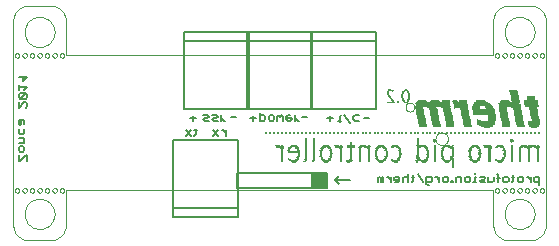
<source format=gbo>
G75*
%MOIN*%
%OFA0B0*%
%FSLAX24Y24*%
%IPPOS*%
%LPD*%
%AMOC8*
5,1,8,0,0,1.08239X$1,22.5*
%
%ADD10C,0.0000*%
%ADD11C,0.0050*%
%ADD12R,0.0080X0.0020*%
%ADD13R,0.0120X0.0020*%
%ADD14R,0.0060X0.0020*%
%ADD15R,0.0140X0.0020*%
%ADD16R,0.0100X0.0020*%
%ADD17R,0.0220X0.0020*%
%ADD18R,0.0200X0.0020*%
%ADD19R,0.0180X0.0020*%
%ADD20R,0.0260X0.0020*%
%ADD21R,0.0240X0.0020*%
%ADD22R,0.0160X0.0020*%
%ADD23R,0.0020X0.0020*%
%ADD24R,0.0040X0.0020*%
%ADD25R,0.0420X0.0020*%
%ADD26R,0.0660X0.0020*%
%ADD27R,0.0360X0.0020*%
%ADD28R,0.0340X0.0020*%
%ADD29R,0.0380X0.0020*%
%ADD30R,0.0280X0.0020*%
%ADD31R,0.0320X0.0020*%
%ADD32R,0.0300X0.0020*%
%ADD33R,0.0400X0.0020*%
%ADD34R,0.0480X0.0020*%
%ADD35R,0.0520X0.0020*%
%ADD36R,0.0580X0.0020*%
%ADD37R,0.0620X0.0020*%
%ADD38R,0.0600X0.0020*%
%ADD39R,0.0760X0.0020*%
%ADD40R,0.0740X0.0020*%
%ADD41R,0.0460X0.0020*%
%ADD42R,0.0440X0.0020*%
%ADD43R,0.0720X0.0020*%
%ADD44R,0.1160X0.0020*%
%ADD45R,0.0700X0.0020*%
%ADD46R,0.0560X0.0020*%
%ADD47R,0.1140X0.0020*%
%ADD48R,0.0680X0.0020*%
%ADD49R,0.1120X0.0020*%
D10*
X004943Y002737D02*
X005693Y002737D01*
X005737Y002739D01*
X005780Y002745D01*
X005822Y002754D01*
X005864Y002767D01*
X005904Y002784D01*
X005943Y002804D01*
X005980Y002827D01*
X006014Y002854D01*
X006047Y002883D01*
X006076Y002916D01*
X006103Y002950D01*
X006126Y002987D01*
X006146Y003026D01*
X006163Y003066D01*
X006176Y003108D01*
X006185Y003150D01*
X006191Y003193D01*
X006193Y003237D01*
X006193Y004393D01*
X020443Y004393D01*
X020443Y003237D01*
X020445Y003193D01*
X020451Y003150D01*
X020460Y003108D01*
X020473Y003066D01*
X020490Y003026D01*
X020510Y002987D01*
X020533Y002950D01*
X020560Y002916D01*
X020589Y002883D01*
X020622Y002854D01*
X020656Y002827D01*
X020693Y002804D01*
X020732Y002784D01*
X020772Y002767D01*
X020814Y002754D01*
X020856Y002745D01*
X020899Y002739D01*
X020943Y002737D01*
X021693Y002737D01*
X021737Y002739D01*
X021780Y002745D01*
X021822Y002754D01*
X021864Y002767D01*
X021904Y002784D01*
X021943Y002804D01*
X021980Y002827D01*
X022014Y002854D01*
X022047Y002883D01*
X022076Y002916D01*
X022103Y002950D01*
X022126Y002987D01*
X022146Y003026D01*
X022163Y003066D01*
X022176Y003108D01*
X022185Y003150D01*
X022191Y003193D01*
X022193Y003237D01*
X022193Y010050D01*
X022191Y010094D01*
X022185Y010137D01*
X022176Y010179D01*
X022163Y010221D01*
X022146Y010261D01*
X022126Y010300D01*
X022103Y010337D01*
X022076Y010371D01*
X022047Y010404D01*
X022014Y010433D01*
X021980Y010460D01*
X021943Y010483D01*
X021904Y010503D01*
X021864Y010520D01*
X021822Y010533D01*
X021780Y010542D01*
X021737Y010548D01*
X021693Y010550D01*
X020943Y010550D01*
X020899Y010548D01*
X020856Y010542D01*
X020814Y010533D01*
X020772Y010520D01*
X020732Y010503D01*
X020693Y010483D01*
X020656Y010460D01*
X020622Y010433D01*
X020589Y010404D01*
X020560Y010371D01*
X020533Y010337D01*
X020510Y010300D01*
X020490Y010261D01*
X020473Y010221D01*
X020460Y010179D01*
X020451Y010137D01*
X020445Y010094D01*
X020443Y010050D01*
X020443Y008893D01*
X006193Y008893D01*
X006193Y010050D01*
X006191Y010094D01*
X006185Y010137D01*
X006176Y010179D01*
X006163Y010221D01*
X006146Y010261D01*
X006126Y010300D01*
X006103Y010337D01*
X006076Y010371D01*
X006047Y010404D01*
X006014Y010433D01*
X005980Y010460D01*
X005943Y010483D01*
X005904Y010503D01*
X005864Y010520D01*
X005822Y010533D01*
X005780Y010542D01*
X005737Y010548D01*
X005693Y010550D01*
X004943Y010550D01*
X004899Y010548D01*
X004856Y010542D01*
X004814Y010533D01*
X004772Y010520D01*
X004732Y010503D01*
X004693Y010483D01*
X004656Y010460D01*
X004622Y010433D01*
X004589Y010404D01*
X004560Y010371D01*
X004533Y010337D01*
X004510Y010300D01*
X004490Y010261D01*
X004473Y010221D01*
X004460Y010179D01*
X004451Y010137D01*
X004445Y010094D01*
X004443Y010050D01*
X004443Y003237D01*
X004445Y003193D01*
X004451Y003150D01*
X004460Y003108D01*
X004473Y003066D01*
X004490Y003026D01*
X004510Y002987D01*
X004533Y002950D01*
X004560Y002916D01*
X004589Y002883D01*
X004622Y002854D01*
X004656Y002827D01*
X004693Y002804D01*
X004732Y002784D01*
X004772Y002767D01*
X004814Y002754D01*
X004856Y002745D01*
X004899Y002739D01*
X004943Y002737D01*
X004818Y003612D02*
X004820Y003656D01*
X004826Y003700D01*
X004836Y003743D01*
X004849Y003785D01*
X004866Y003826D01*
X004887Y003865D01*
X004911Y003902D01*
X004938Y003937D01*
X004968Y003969D01*
X005001Y003999D01*
X005037Y004025D01*
X005074Y004049D01*
X005114Y004068D01*
X005155Y004085D01*
X005198Y004097D01*
X005241Y004106D01*
X005285Y004111D01*
X005329Y004112D01*
X005373Y004109D01*
X005417Y004102D01*
X005460Y004091D01*
X005502Y004077D01*
X005542Y004059D01*
X005581Y004037D01*
X005617Y004013D01*
X005651Y003985D01*
X005683Y003954D01*
X005712Y003920D01*
X005738Y003884D01*
X005760Y003846D01*
X005779Y003806D01*
X005794Y003764D01*
X005806Y003722D01*
X005814Y003678D01*
X005818Y003634D01*
X005818Y003590D01*
X005814Y003546D01*
X005806Y003502D01*
X005794Y003460D01*
X005779Y003418D01*
X005760Y003378D01*
X005738Y003340D01*
X005712Y003304D01*
X005683Y003270D01*
X005651Y003239D01*
X005617Y003211D01*
X005581Y003187D01*
X005542Y003165D01*
X005502Y003147D01*
X005460Y003133D01*
X005417Y003122D01*
X005373Y003115D01*
X005329Y003112D01*
X005285Y003113D01*
X005241Y003118D01*
X005198Y003127D01*
X005155Y003139D01*
X005114Y003156D01*
X005074Y003175D01*
X005037Y003199D01*
X005001Y003225D01*
X004968Y003255D01*
X004938Y003287D01*
X004911Y003322D01*
X004887Y003359D01*
X004866Y003398D01*
X004849Y003439D01*
X004836Y003481D01*
X004826Y003524D01*
X004820Y003568D01*
X004818Y003612D01*
X004743Y004393D02*
X004745Y004410D01*
X004750Y004426D01*
X004759Y004440D01*
X004771Y004452D01*
X004785Y004461D01*
X004801Y004466D01*
X004818Y004468D01*
X004835Y004466D01*
X004851Y004461D01*
X004865Y004452D01*
X004877Y004440D01*
X004886Y004426D01*
X004891Y004410D01*
X004893Y004393D01*
X004891Y004376D01*
X004886Y004360D01*
X004877Y004346D01*
X004865Y004334D01*
X004851Y004325D01*
X004835Y004320D01*
X004818Y004318D01*
X004801Y004320D01*
X004785Y004325D01*
X004771Y004334D01*
X004759Y004346D01*
X004750Y004360D01*
X004745Y004376D01*
X004743Y004393D01*
X004493Y004393D02*
X004495Y004410D01*
X004500Y004426D01*
X004509Y004440D01*
X004521Y004452D01*
X004535Y004461D01*
X004551Y004466D01*
X004568Y004468D01*
X004585Y004466D01*
X004601Y004461D01*
X004615Y004452D01*
X004627Y004440D01*
X004636Y004426D01*
X004641Y004410D01*
X004643Y004393D01*
X004641Y004376D01*
X004636Y004360D01*
X004627Y004346D01*
X004615Y004334D01*
X004601Y004325D01*
X004585Y004320D01*
X004568Y004318D01*
X004551Y004320D01*
X004535Y004325D01*
X004521Y004334D01*
X004509Y004346D01*
X004500Y004360D01*
X004495Y004376D01*
X004493Y004393D01*
X004993Y004393D02*
X004995Y004410D01*
X005000Y004426D01*
X005009Y004440D01*
X005021Y004452D01*
X005035Y004461D01*
X005051Y004466D01*
X005068Y004468D01*
X005085Y004466D01*
X005101Y004461D01*
X005115Y004452D01*
X005127Y004440D01*
X005136Y004426D01*
X005141Y004410D01*
X005143Y004393D01*
X005141Y004376D01*
X005136Y004360D01*
X005127Y004346D01*
X005115Y004334D01*
X005101Y004325D01*
X005085Y004320D01*
X005068Y004318D01*
X005051Y004320D01*
X005035Y004325D01*
X005021Y004334D01*
X005009Y004346D01*
X005000Y004360D01*
X004995Y004376D01*
X004993Y004393D01*
X005243Y004393D02*
X005245Y004410D01*
X005250Y004426D01*
X005259Y004440D01*
X005271Y004452D01*
X005285Y004461D01*
X005301Y004466D01*
X005318Y004468D01*
X005335Y004466D01*
X005351Y004461D01*
X005365Y004452D01*
X005377Y004440D01*
X005386Y004426D01*
X005391Y004410D01*
X005393Y004393D01*
X005391Y004376D01*
X005386Y004360D01*
X005377Y004346D01*
X005365Y004334D01*
X005351Y004325D01*
X005335Y004320D01*
X005318Y004318D01*
X005301Y004320D01*
X005285Y004325D01*
X005271Y004334D01*
X005259Y004346D01*
X005250Y004360D01*
X005245Y004376D01*
X005243Y004393D01*
X005493Y004393D02*
X005495Y004410D01*
X005500Y004426D01*
X005509Y004440D01*
X005521Y004452D01*
X005535Y004461D01*
X005551Y004466D01*
X005568Y004468D01*
X005585Y004466D01*
X005601Y004461D01*
X005615Y004452D01*
X005627Y004440D01*
X005636Y004426D01*
X005641Y004410D01*
X005643Y004393D01*
X005641Y004376D01*
X005636Y004360D01*
X005627Y004346D01*
X005615Y004334D01*
X005601Y004325D01*
X005585Y004320D01*
X005568Y004318D01*
X005551Y004320D01*
X005535Y004325D01*
X005521Y004334D01*
X005509Y004346D01*
X005500Y004360D01*
X005495Y004376D01*
X005493Y004393D01*
X005743Y004393D02*
X005745Y004410D01*
X005750Y004426D01*
X005759Y004440D01*
X005771Y004452D01*
X005785Y004461D01*
X005801Y004466D01*
X005818Y004468D01*
X005835Y004466D01*
X005851Y004461D01*
X005865Y004452D01*
X005877Y004440D01*
X005886Y004426D01*
X005891Y004410D01*
X005893Y004393D01*
X005891Y004376D01*
X005886Y004360D01*
X005877Y004346D01*
X005865Y004334D01*
X005851Y004325D01*
X005835Y004320D01*
X005818Y004318D01*
X005801Y004320D01*
X005785Y004325D01*
X005771Y004334D01*
X005759Y004346D01*
X005750Y004360D01*
X005745Y004376D01*
X005743Y004393D01*
X005993Y004393D02*
X005995Y004410D01*
X006000Y004426D01*
X006009Y004440D01*
X006021Y004452D01*
X006035Y004461D01*
X006051Y004466D01*
X006068Y004468D01*
X006085Y004466D01*
X006101Y004461D01*
X006115Y004452D01*
X006127Y004440D01*
X006136Y004426D01*
X006141Y004410D01*
X006143Y004393D01*
X006141Y004376D01*
X006136Y004360D01*
X006127Y004346D01*
X006115Y004334D01*
X006101Y004325D01*
X006085Y004320D01*
X006068Y004318D01*
X006051Y004320D01*
X006035Y004325D01*
X006021Y004334D01*
X006009Y004346D01*
X006000Y004360D01*
X005995Y004376D01*
X005993Y004393D01*
X005993Y008893D02*
X005995Y008910D01*
X006000Y008926D01*
X006009Y008940D01*
X006021Y008952D01*
X006035Y008961D01*
X006051Y008966D01*
X006068Y008968D01*
X006085Y008966D01*
X006101Y008961D01*
X006115Y008952D01*
X006127Y008940D01*
X006136Y008926D01*
X006141Y008910D01*
X006143Y008893D01*
X006141Y008876D01*
X006136Y008860D01*
X006127Y008846D01*
X006115Y008834D01*
X006101Y008825D01*
X006085Y008820D01*
X006068Y008818D01*
X006051Y008820D01*
X006035Y008825D01*
X006021Y008834D01*
X006009Y008846D01*
X006000Y008860D01*
X005995Y008876D01*
X005993Y008893D01*
X005743Y008893D02*
X005745Y008910D01*
X005750Y008926D01*
X005759Y008940D01*
X005771Y008952D01*
X005785Y008961D01*
X005801Y008966D01*
X005818Y008968D01*
X005835Y008966D01*
X005851Y008961D01*
X005865Y008952D01*
X005877Y008940D01*
X005886Y008926D01*
X005891Y008910D01*
X005893Y008893D01*
X005891Y008876D01*
X005886Y008860D01*
X005877Y008846D01*
X005865Y008834D01*
X005851Y008825D01*
X005835Y008820D01*
X005818Y008818D01*
X005801Y008820D01*
X005785Y008825D01*
X005771Y008834D01*
X005759Y008846D01*
X005750Y008860D01*
X005745Y008876D01*
X005743Y008893D01*
X005493Y008893D02*
X005495Y008910D01*
X005500Y008926D01*
X005509Y008940D01*
X005521Y008952D01*
X005535Y008961D01*
X005551Y008966D01*
X005568Y008968D01*
X005585Y008966D01*
X005601Y008961D01*
X005615Y008952D01*
X005627Y008940D01*
X005636Y008926D01*
X005641Y008910D01*
X005643Y008893D01*
X005641Y008876D01*
X005636Y008860D01*
X005627Y008846D01*
X005615Y008834D01*
X005601Y008825D01*
X005585Y008820D01*
X005568Y008818D01*
X005551Y008820D01*
X005535Y008825D01*
X005521Y008834D01*
X005509Y008846D01*
X005500Y008860D01*
X005495Y008876D01*
X005493Y008893D01*
X005243Y008893D02*
X005245Y008910D01*
X005250Y008926D01*
X005259Y008940D01*
X005271Y008952D01*
X005285Y008961D01*
X005301Y008966D01*
X005318Y008968D01*
X005335Y008966D01*
X005351Y008961D01*
X005365Y008952D01*
X005377Y008940D01*
X005386Y008926D01*
X005391Y008910D01*
X005393Y008893D01*
X005391Y008876D01*
X005386Y008860D01*
X005377Y008846D01*
X005365Y008834D01*
X005351Y008825D01*
X005335Y008820D01*
X005318Y008818D01*
X005301Y008820D01*
X005285Y008825D01*
X005271Y008834D01*
X005259Y008846D01*
X005250Y008860D01*
X005245Y008876D01*
X005243Y008893D01*
X004993Y008893D02*
X004995Y008910D01*
X005000Y008926D01*
X005009Y008940D01*
X005021Y008952D01*
X005035Y008961D01*
X005051Y008966D01*
X005068Y008968D01*
X005085Y008966D01*
X005101Y008961D01*
X005115Y008952D01*
X005127Y008940D01*
X005136Y008926D01*
X005141Y008910D01*
X005143Y008893D01*
X005141Y008876D01*
X005136Y008860D01*
X005127Y008846D01*
X005115Y008834D01*
X005101Y008825D01*
X005085Y008820D01*
X005068Y008818D01*
X005051Y008820D01*
X005035Y008825D01*
X005021Y008834D01*
X005009Y008846D01*
X005000Y008860D01*
X004995Y008876D01*
X004993Y008893D01*
X004743Y008893D02*
X004745Y008910D01*
X004750Y008926D01*
X004759Y008940D01*
X004771Y008952D01*
X004785Y008961D01*
X004801Y008966D01*
X004818Y008968D01*
X004835Y008966D01*
X004851Y008961D01*
X004865Y008952D01*
X004877Y008940D01*
X004886Y008926D01*
X004891Y008910D01*
X004893Y008893D01*
X004891Y008876D01*
X004886Y008860D01*
X004877Y008846D01*
X004865Y008834D01*
X004851Y008825D01*
X004835Y008820D01*
X004818Y008818D01*
X004801Y008820D01*
X004785Y008825D01*
X004771Y008834D01*
X004759Y008846D01*
X004750Y008860D01*
X004745Y008876D01*
X004743Y008893D01*
X004493Y008893D02*
X004495Y008910D01*
X004500Y008926D01*
X004509Y008940D01*
X004521Y008952D01*
X004535Y008961D01*
X004551Y008966D01*
X004568Y008968D01*
X004585Y008966D01*
X004601Y008961D01*
X004615Y008952D01*
X004627Y008940D01*
X004636Y008926D01*
X004641Y008910D01*
X004643Y008893D01*
X004641Y008876D01*
X004636Y008860D01*
X004627Y008846D01*
X004615Y008834D01*
X004601Y008825D01*
X004585Y008820D01*
X004568Y008818D01*
X004551Y008820D01*
X004535Y008825D01*
X004521Y008834D01*
X004509Y008846D01*
X004500Y008860D01*
X004495Y008876D01*
X004493Y008893D01*
X004818Y009675D02*
X004820Y009719D01*
X004826Y009763D01*
X004836Y009806D01*
X004849Y009848D01*
X004866Y009889D01*
X004887Y009928D01*
X004911Y009965D01*
X004938Y010000D01*
X004968Y010032D01*
X005001Y010062D01*
X005037Y010088D01*
X005074Y010112D01*
X005114Y010131D01*
X005155Y010148D01*
X005198Y010160D01*
X005241Y010169D01*
X005285Y010174D01*
X005329Y010175D01*
X005373Y010172D01*
X005417Y010165D01*
X005460Y010154D01*
X005502Y010140D01*
X005542Y010122D01*
X005581Y010100D01*
X005617Y010076D01*
X005651Y010048D01*
X005683Y010017D01*
X005712Y009983D01*
X005738Y009947D01*
X005760Y009909D01*
X005779Y009869D01*
X005794Y009827D01*
X005806Y009785D01*
X005814Y009741D01*
X005818Y009697D01*
X005818Y009653D01*
X005814Y009609D01*
X005806Y009565D01*
X005794Y009523D01*
X005779Y009481D01*
X005760Y009441D01*
X005738Y009403D01*
X005712Y009367D01*
X005683Y009333D01*
X005651Y009302D01*
X005617Y009274D01*
X005581Y009250D01*
X005542Y009228D01*
X005502Y009210D01*
X005460Y009196D01*
X005417Y009185D01*
X005373Y009178D01*
X005329Y009175D01*
X005285Y009176D01*
X005241Y009181D01*
X005198Y009190D01*
X005155Y009202D01*
X005114Y009219D01*
X005074Y009238D01*
X005037Y009262D01*
X005001Y009288D01*
X004968Y009318D01*
X004938Y009350D01*
X004911Y009385D01*
X004887Y009422D01*
X004866Y009461D01*
X004849Y009502D01*
X004836Y009544D01*
X004826Y009587D01*
X004820Y009631D01*
X004818Y009675D01*
X017516Y007172D02*
X017518Y007196D01*
X017524Y007219D01*
X017533Y007241D01*
X017546Y007261D01*
X017561Y007279D01*
X017580Y007294D01*
X017601Y007306D01*
X017623Y007314D01*
X017646Y007319D01*
X017670Y007320D01*
X017694Y007317D01*
X017716Y007310D01*
X017738Y007300D01*
X017758Y007287D01*
X017775Y007270D01*
X017789Y007251D01*
X017800Y007230D01*
X017808Y007207D01*
X017812Y007184D01*
X017812Y007160D01*
X017808Y007137D01*
X017800Y007114D01*
X017789Y007093D01*
X017775Y007074D01*
X017758Y007057D01*
X017738Y007044D01*
X017716Y007034D01*
X017694Y007027D01*
X017670Y007024D01*
X017646Y007025D01*
X017623Y007030D01*
X017601Y007038D01*
X017580Y007050D01*
X017561Y007065D01*
X017546Y007083D01*
X017533Y007103D01*
X017524Y007125D01*
X017518Y007148D01*
X017516Y007172D01*
X018515Y006114D02*
X018517Y006142D01*
X018523Y006170D01*
X018532Y006196D01*
X018545Y006222D01*
X018561Y006245D01*
X018581Y006265D01*
X018603Y006283D01*
X018627Y006298D01*
X018653Y006309D01*
X018680Y006317D01*
X018708Y006321D01*
X018736Y006321D01*
X018764Y006317D01*
X018791Y006309D01*
X018817Y006298D01*
X018841Y006283D01*
X018863Y006265D01*
X018883Y006245D01*
X018899Y006222D01*
X018912Y006196D01*
X018921Y006170D01*
X018927Y006142D01*
X018929Y006114D01*
X018927Y006086D01*
X018921Y006058D01*
X018912Y006032D01*
X018899Y006006D01*
X018883Y005983D01*
X018863Y005963D01*
X018841Y005945D01*
X018817Y005930D01*
X018791Y005919D01*
X018764Y005911D01*
X018736Y005907D01*
X018708Y005907D01*
X018680Y005911D01*
X018653Y005919D01*
X018627Y005930D01*
X018603Y005945D01*
X018581Y005963D01*
X018561Y005983D01*
X018545Y006006D01*
X018532Y006032D01*
X018523Y006058D01*
X018517Y006086D01*
X018515Y006114D01*
X020493Y004393D02*
X020495Y004410D01*
X020500Y004426D01*
X020509Y004440D01*
X020521Y004452D01*
X020535Y004461D01*
X020551Y004466D01*
X020568Y004468D01*
X020585Y004466D01*
X020601Y004461D01*
X020615Y004452D01*
X020627Y004440D01*
X020636Y004426D01*
X020641Y004410D01*
X020643Y004393D01*
X020641Y004376D01*
X020636Y004360D01*
X020627Y004346D01*
X020615Y004334D01*
X020601Y004325D01*
X020585Y004320D01*
X020568Y004318D01*
X020551Y004320D01*
X020535Y004325D01*
X020521Y004334D01*
X020509Y004346D01*
X020500Y004360D01*
X020495Y004376D01*
X020493Y004393D01*
X020743Y004393D02*
X020745Y004410D01*
X020750Y004426D01*
X020759Y004440D01*
X020771Y004452D01*
X020785Y004461D01*
X020801Y004466D01*
X020818Y004468D01*
X020835Y004466D01*
X020851Y004461D01*
X020865Y004452D01*
X020877Y004440D01*
X020886Y004426D01*
X020891Y004410D01*
X020893Y004393D01*
X020891Y004376D01*
X020886Y004360D01*
X020877Y004346D01*
X020865Y004334D01*
X020851Y004325D01*
X020835Y004320D01*
X020818Y004318D01*
X020801Y004320D01*
X020785Y004325D01*
X020771Y004334D01*
X020759Y004346D01*
X020750Y004360D01*
X020745Y004376D01*
X020743Y004393D01*
X020993Y004393D02*
X020995Y004410D01*
X021000Y004426D01*
X021009Y004440D01*
X021021Y004452D01*
X021035Y004461D01*
X021051Y004466D01*
X021068Y004468D01*
X021085Y004466D01*
X021101Y004461D01*
X021115Y004452D01*
X021127Y004440D01*
X021136Y004426D01*
X021141Y004410D01*
X021143Y004393D01*
X021141Y004376D01*
X021136Y004360D01*
X021127Y004346D01*
X021115Y004334D01*
X021101Y004325D01*
X021085Y004320D01*
X021068Y004318D01*
X021051Y004320D01*
X021035Y004325D01*
X021021Y004334D01*
X021009Y004346D01*
X021000Y004360D01*
X020995Y004376D01*
X020993Y004393D01*
X021243Y004393D02*
X021245Y004410D01*
X021250Y004426D01*
X021259Y004440D01*
X021271Y004452D01*
X021285Y004461D01*
X021301Y004466D01*
X021318Y004468D01*
X021335Y004466D01*
X021351Y004461D01*
X021365Y004452D01*
X021377Y004440D01*
X021386Y004426D01*
X021391Y004410D01*
X021393Y004393D01*
X021391Y004376D01*
X021386Y004360D01*
X021377Y004346D01*
X021365Y004334D01*
X021351Y004325D01*
X021335Y004320D01*
X021318Y004318D01*
X021301Y004320D01*
X021285Y004325D01*
X021271Y004334D01*
X021259Y004346D01*
X021250Y004360D01*
X021245Y004376D01*
X021243Y004393D01*
X021493Y004393D02*
X021495Y004410D01*
X021500Y004426D01*
X021509Y004440D01*
X021521Y004452D01*
X021535Y004461D01*
X021551Y004466D01*
X021568Y004468D01*
X021585Y004466D01*
X021601Y004461D01*
X021615Y004452D01*
X021627Y004440D01*
X021636Y004426D01*
X021641Y004410D01*
X021643Y004393D01*
X021641Y004376D01*
X021636Y004360D01*
X021627Y004346D01*
X021615Y004334D01*
X021601Y004325D01*
X021585Y004320D01*
X021568Y004318D01*
X021551Y004320D01*
X021535Y004325D01*
X021521Y004334D01*
X021509Y004346D01*
X021500Y004360D01*
X021495Y004376D01*
X021493Y004393D01*
X021743Y004393D02*
X021745Y004410D01*
X021750Y004426D01*
X021759Y004440D01*
X021771Y004452D01*
X021785Y004461D01*
X021801Y004466D01*
X021818Y004468D01*
X021835Y004466D01*
X021851Y004461D01*
X021865Y004452D01*
X021877Y004440D01*
X021886Y004426D01*
X021891Y004410D01*
X021893Y004393D01*
X021891Y004376D01*
X021886Y004360D01*
X021877Y004346D01*
X021865Y004334D01*
X021851Y004325D01*
X021835Y004320D01*
X021818Y004318D01*
X021801Y004320D01*
X021785Y004325D01*
X021771Y004334D01*
X021759Y004346D01*
X021750Y004360D01*
X021745Y004376D01*
X021743Y004393D01*
X021993Y004393D02*
X021995Y004410D01*
X022000Y004426D01*
X022009Y004440D01*
X022021Y004452D01*
X022035Y004461D01*
X022051Y004466D01*
X022068Y004468D01*
X022085Y004466D01*
X022101Y004461D01*
X022115Y004452D01*
X022127Y004440D01*
X022136Y004426D01*
X022141Y004410D01*
X022143Y004393D01*
X022141Y004376D01*
X022136Y004360D01*
X022127Y004346D01*
X022115Y004334D01*
X022101Y004325D01*
X022085Y004320D01*
X022068Y004318D01*
X022051Y004320D01*
X022035Y004325D01*
X022021Y004334D01*
X022009Y004346D01*
X022000Y004360D01*
X021995Y004376D01*
X021993Y004393D01*
X020818Y003612D02*
X020820Y003656D01*
X020826Y003700D01*
X020836Y003743D01*
X020849Y003785D01*
X020866Y003826D01*
X020887Y003865D01*
X020911Y003902D01*
X020938Y003937D01*
X020968Y003969D01*
X021001Y003999D01*
X021037Y004025D01*
X021074Y004049D01*
X021114Y004068D01*
X021155Y004085D01*
X021198Y004097D01*
X021241Y004106D01*
X021285Y004111D01*
X021329Y004112D01*
X021373Y004109D01*
X021417Y004102D01*
X021460Y004091D01*
X021502Y004077D01*
X021542Y004059D01*
X021581Y004037D01*
X021617Y004013D01*
X021651Y003985D01*
X021683Y003954D01*
X021712Y003920D01*
X021738Y003884D01*
X021760Y003846D01*
X021779Y003806D01*
X021794Y003764D01*
X021806Y003722D01*
X021814Y003678D01*
X021818Y003634D01*
X021818Y003590D01*
X021814Y003546D01*
X021806Y003502D01*
X021794Y003460D01*
X021779Y003418D01*
X021760Y003378D01*
X021738Y003340D01*
X021712Y003304D01*
X021683Y003270D01*
X021651Y003239D01*
X021617Y003211D01*
X021581Y003187D01*
X021542Y003165D01*
X021502Y003147D01*
X021460Y003133D01*
X021417Y003122D01*
X021373Y003115D01*
X021329Y003112D01*
X021285Y003113D01*
X021241Y003118D01*
X021198Y003127D01*
X021155Y003139D01*
X021114Y003156D01*
X021074Y003175D01*
X021037Y003199D01*
X021001Y003225D01*
X020968Y003255D01*
X020938Y003287D01*
X020911Y003322D01*
X020887Y003359D01*
X020866Y003398D01*
X020849Y003439D01*
X020836Y003481D01*
X020826Y003524D01*
X020820Y003568D01*
X020818Y003612D01*
X020743Y008893D02*
X020745Y008910D01*
X020750Y008926D01*
X020759Y008940D01*
X020771Y008952D01*
X020785Y008961D01*
X020801Y008966D01*
X020818Y008968D01*
X020835Y008966D01*
X020851Y008961D01*
X020865Y008952D01*
X020877Y008940D01*
X020886Y008926D01*
X020891Y008910D01*
X020893Y008893D01*
X020891Y008876D01*
X020886Y008860D01*
X020877Y008846D01*
X020865Y008834D01*
X020851Y008825D01*
X020835Y008820D01*
X020818Y008818D01*
X020801Y008820D01*
X020785Y008825D01*
X020771Y008834D01*
X020759Y008846D01*
X020750Y008860D01*
X020745Y008876D01*
X020743Y008893D01*
X020493Y008893D02*
X020495Y008910D01*
X020500Y008926D01*
X020509Y008940D01*
X020521Y008952D01*
X020535Y008961D01*
X020551Y008966D01*
X020568Y008968D01*
X020585Y008966D01*
X020601Y008961D01*
X020615Y008952D01*
X020627Y008940D01*
X020636Y008926D01*
X020641Y008910D01*
X020643Y008893D01*
X020641Y008876D01*
X020636Y008860D01*
X020627Y008846D01*
X020615Y008834D01*
X020601Y008825D01*
X020585Y008820D01*
X020568Y008818D01*
X020551Y008820D01*
X020535Y008825D01*
X020521Y008834D01*
X020509Y008846D01*
X020500Y008860D01*
X020495Y008876D01*
X020493Y008893D01*
X020993Y008893D02*
X020995Y008910D01*
X021000Y008926D01*
X021009Y008940D01*
X021021Y008952D01*
X021035Y008961D01*
X021051Y008966D01*
X021068Y008968D01*
X021085Y008966D01*
X021101Y008961D01*
X021115Y008952D01*
X021127Y008940D01*
X021136Y008926D01*
X021141Y008910D01*
X021143Y008893D01*
X021141Y008876D01*
X021136Y008860D01*
X021127Y008846D01*
X021115Y008834D01*
X021101Y008825D01*
X021085Y008820D01*
X021068Y008818D01*
X021051Y008820D01*
X021035Y008825D01*
X021021Y008834D01*
X021009Y008846D01*
X021000Y008860D01*
X020995Y008876D01*
X020993Y008893D01*
X021243Y008893D02*
X021245Y008910D01*
X021250Y008926D01*
X021259Y008940D01*
X021271Y008952D01*
X021285Y008961D01*
X021301Y008966D01*
X021318Y008968D01*
X021335Y008966D01*
X021351Y008961D01*
X021365Y008952D01*
X021377Y008940D01*
X021386Y008926D01*
X021391Y008910D01*
X021393Y008893D01*
X021391Y008876D01*
X021386Y008860D01*
X021377Y008846D01*
X021365Y008834D01*
X021351Y008825D01*
X021335Y008820D01*
X021318Y008818D01*
X021301Y008820D01*
X021285Y008825D01*
X021271Y008834D01*
X021259Y008846D01*
X021250Y008860D01*
X021245Y008876D01*
X021243Y008893D01*
X021493Y008893D02*
X021495Y008910D01*
X021500Y008926D01*
X021509Y008940D01*
X021521Y008952D01*
X021535Y008961D01*
X021551Y008966D01*
X021568Y008968D01*
X021585Y008966D01*
X021601Y008961D01*
X021615Y008952D01*
X021627Y008940D01*
X021636Y008926D01*
X021641Y008910D01*
X021643Y008893D01*
X021641Y008876D01*
X021636Y008860D01*
X021627Y008846D01*
X021615Y008834D01*
X021601Y008825D01*
X021585Y008820D01*
X021568Y008818D01*
X021551Y008820D01*
X021535Y008825D01*
X021521Y008834D01*
X021509Y008846D01*
X021500Y008860D01*
X021495Y008876D01*
X021493Y008893D01*
X021743Y008893D02*
X021745Y008910D01*
X021750Y008926D01*
X021759Y008940D01*
X021771Y008952D01*
X021785Y008961D01*
X021801Y008966D01*
X021818Y008968D01*
X021835Y008966D01*
X021851Y008961D01*
X021865Y008952D01*
X021877Y008940D01*
X021886Y008926D01*
X021891Y008910D01*
X021893Y008893D01*
X021891Y008876D01*
X021886Y008860D01*
X021877Y008846D01*
X021865Y008834D01*
X021851Y008825D01*
X021835Y008820D01*
X021818Y008818D01*
X021801Y008820D01*
X021785Y008825D01*
X021771Y008834D01*
X021759Y008846D01*
X021750Y008860D01*
X021745Y008876D01*
X021743Y008893D01*
X021993Y008893D02*
X021995Y008910D01*
X022000Y008926D01*
X022009Y008940D01*
X022021Y008952D01*
X022035Y008961D01*
X022051Y008966D01*
X022068Y008968D01*
X022085Y008966D01*
X022101Y008961D01*
X022115Y008952D01*
X022127Y008940D01*
X022136Y008926D01*
X022141Y008910D01*
X022143Y008893D01*
X022141Y008876D01*
X022136Y008860D01*
X022127Y008846D01*
X022115Y008834D01*
X022101Y008825D01*
X022085Y008820D01*
X022068Y008818D01*
X022051Y008820D01*
X022035Y008825D01*
X022021Y008834D01*
X022009Y008846D01*
X022000Y008860D01*
X021995Y008876D01*
X021993Y008893D01*
X020818Y009675D02*
X020820Y009719D01*
X020826Y009763D01*
X020836Y009806D01*
X020849Y009848D01*
X020866Y009889D01*
X020887Y009928D01*
X020911Y009965D01*
X020938Y010000D01*
X020968Y010032D01*
X021001Y010062D01*
X021037Y010088D01*
X021074Y010112D01*
X021114Y010131D01*
X021155Y010148D01*
X021198Y010160D01*
X021241Y010169D01*
X021285Y010174D01*
X021329Y010175D01*
X021373Y010172D01*
X021417Y010165D01*
X021460Y010154D01*
X021502Y010140D01*
X021542Y010122D01*
X021581Y010100D01*
X021617Y010076D01*
X021651Y010048D01*
X021683Y010017D01*
X021712Y009983D01*
X021738Y009947D01*
X021760Y009909D01*
X021779Y009869D01*
X021794Y009827D01*
X021806Y009785D01*
X021814Y009741D01*
X021818Y009697D01*
X021818Y009653D01*
X021814Y009609D01*
X021806Y009565D01*
X021794Y009523D01*
X021779Y009481D01*
X021760Y009441D01*
X021738Y009403D01*
X021712Y009367D01*
X021683Y009333D01*
X021651Y009302D01*
X021617Y009274D01*
X021581Y009250D01*
X021542Y009228D01*
X021502Y009210D01*
X021460Y009196D01*
X021417Y009185D01*
X021373Y009178D01*
X021329Y009175D01*
X021285Y009176D01*
X021241Y009181D01*
X021198Y009190D01*
X021155Y009202D01*
X021114Y009219D01*
X021074Y009238D01*
X021037Y009262D01*
X021001Y009288D01*
X020968Y009318D01*
X020938Y009350D01*
X020911Y009385D01*
X020887Y009422D01*
X020866Y009461D01*
X020849Y009502D01*
X020836Y009544D01*
X020826Y009587D01*
X020820Y009631D01*
X020818Y009675D01*
D11*
X016533Y009673D02*
X016533Y009378D01*
X014368Y009378D01*
X014368Y007114D01*
X016533Y007114D01*
X016533Y009378D01*
X016533Y009673D02*
X014368Y009673D01*
X014368Y009378D01*
X014408Y009378D02*
X012243Y009378D01*
X012243Y007114D01*
X014408Y007114D01*
X014408Y009378D01*
X014408Y009673D01*
X012243Y009673D01*
X012243Y009378D01*
X012283Y009378D02*
X010118Y009378D01*
X010118Y007114D01*
X012283Y007114D01*
X012283Y009378D01*
X012283Y009673D01*
X010118Y009673D01*
X010118Y009378D01*
X012655Y006990D02*
X012655Y006719D01*
X012790Y006719D01*
X012836Y006764D01*
X012836Y006855D01*
X012790Y006900D01*
X012655Y006900D01*
X012523Y006796D02*
X012343Y006796D01*
X012433Y006706D02*
X012433Y006886D01*
X012950Y006855D02*
X012950Y006764D01*
X012995Y006719D01*
X013085Y006719D01*
X013130Y006764D01*
X013130Y006855D01*
X013085Y006900D01*
X012995Y006900D01*
X012950Y006855D01*
X013245Y006855D02*
X013245Y006719D01*
X013245Y006855D02*
X013290Y006900D01*
X013335Y006855D01*
X013380Y006900D01*
X013425Y006855D01*
X013425Y006719D01*
X013539Y006764D02*
X013539Y006855D01*
X013584Y006900D01*
X013674Y006900D01*
X013719Y006809D02*
X013539Y006809D01*
X013539Y006764D02*
X013584Y006719D01*
X013674Y006719D01*
X013719Y006764D01*
X013719Y006809D01*
X013834Y006809D02*
X013924Y006719D01*
X013969Y006719D01*
X013834Y006719D02*
X013834Y006900D01*
X014062Y006827D02*
X014242Y006827D01*
X014905Y006796D02*
X015086Y006796D01*
X014995Y006706D02*
X014995Y006886D01*
X015280Y006719D02*
X015370Y006719D01*
X015325Y006674D02*
X015325Y006855D01*
X015370Y006900D01*
X015477Y006900D02*
X015657Y006629D01*
X015771Y006764D02*
X015771Y006855D01*
X015816Y006900D01*
X015952Y006900D01*
X015952Y006719D02*
X015816Y006719D01*
X015771Y006764D01*
X016124Y006796D02*
X016304Y006796D01*
X017610Y004939D02*
X017610Y004668D01*
X017716Y004668D02*
X017761Y004713D01*
X017761Y004893D01*
X017806Y004848D02*
X017716Y004848D01*
X017610Y004803D02*
X017565Y004848D01*
X017475Y004848D01*
X017430Y004803D01*
X017430Y004668D01*
X017315Y004713D02*
X017270Y004668D01*
X017180Y004668D01*
X017135Y004758D02*
X017315Y004758D01*
X017315Y004713D02*
X017315Y004803D01*
X017270Y004848D01*
X017180Y004848D01*
X017135Y004803D01*
X017135Y004758D01*
X017020Y004758D02*
X016930Y004848D01*
X016885Y004848D01*
X016775Y004848D02*
X016730Y004848D01*
X016685Y004803D01*
X016640Y004848D01*
X016595Y004803D01*
X016595Y004668D01*
X016685Y004668D02*
X016685Y004803D01*
X016775Y004848D02*
X016775Y004668D01*
X017020Y004668D02*
X017020Y004848D01*
X017921Y004939D02*
X018101Y004668D01*
X018215Y004668D02*
X018350Y004668D01*
X018395Y004713D01*
X018395Y004803D01*
X018350Y004848D01*
X018215Y004848D01*
X018215Y004623D01*
X018260Y004578D01*
X018305Y004578D01*
X018506Y004848D02*
X018551Y004848D01*
X018641Y004758D01*
X018641Y004668D02*
X018641Y004848D01*
X018755Y004803D02*
X018800Y004848D01*
X018891Y004848D01*
X018936Y004803D01*
X018936Y004713D01*
X018891Y004668D01*
X018800Y004668D01*
X018755Y004713D01*
X018755Y004803D01*
X019038Y004713D02*
X019038Y004668D01*
X019083Y004668D01*
X019083Y004713D01*
X019038Y004713D01*
X019197Y004668D02*
X019197Y004803D01*
X019242Y004848D01*
X019378Y004848D01*
X019378Y004668D01*
X019492Y004713D02*
X019492Y004803D01*
X019537Y004848D01*
X019627Y004848D01*
X019672Y004803D01*
X019672Y004713D01*
X019627Y004668D01*
X019537Y004668D01*
X019492Y004713D01*
X019779Y004668D02*
X019869Y004668D01*
X019824Y004668D02*
X019824Y004848D01*
X019869Y004848D01*
X019824Y004939D02*
X019824Y004984D01*
X019983Y004848D02*
X020118Y004848D01*
X020163Y004803D01*
X020118Y004758D01*
X020028Y004758D01*
X019983Y004713D01*
X020028Y004668D01*
X020163Y004668D01*
X020278Y004668D02*
X020278Y004848D01*
X020458Y004848D02*
X020458Y004713D01*
X020413Y004668D01*
X020278Y004668D01*
X020609Y004668D02*
X020609Y004893D01*
X020564Y004939D01*
X020564Y004803D02*
X020654Y004803D01*
X020769Y004803D02*
X020769Y004713D01*
X020814Y004668D01*
X020904Y004668D01*
X020949Y004713D01*
X020949Y004803D01*
X020904Y004848D01*
X020814Y004848D01*
X020769Y004803D01*
X021055Y004848D02*
X021146Y004848D01*
X021100Y004893D02*
X021100Y004713D01*
X021055Y004668D01*
X021260Y004713D02*
X021260Y004803D01*
X021305Y004848D01*
X021395Y004848D01*
X021440Y004803D01*
X021440Y004713D01*
X021395Y004668D01*
X021305Y004668D01*
X021260Y004713D01*
X021551Y004848D02*
X021596Y004848D01*
X021686Y004758D01*
X021686Y004668D02*
X021686Y004848D01*
X021800Y004803D02*
X021800Y004713D01*
X021845Y004668D01*
X021980Y004668D01*
X021980Y004578D02*
X021980Y004848D01*
X021845Y004848D01*
X021800Y004803D01*
X015662Y004737D02*
X015162Y004737D01*
X015287Y004612D01*
X015162Y004737D02*
X015287Y004862D01*
X014912Y004882D02*
X014412Y004882D01*
X014412Y004930D02*
X014912Y004930D01*
X014912Y004979D02*
X014412Y004979D01*
X014412Y004987D02*
X014912Y004987D01*
X014912Y004487D01*
X014412Y004487D01*
X014412Y004987D01*
X014412Y004833D02*
X014912Y004833D01*
X014912Y004785D02*
X014412Y004785D01*
X014412Y004736D02*
X014912Y004736D01*
X014912Y004688D02*
X014412Y004688D01*
X014412Y004639D02*
X014912Y004639D01*
X014912Y004591D02*
X014412Y004591D01*
X014412Y004542D02*
X014912Y004542D01*
X014912Y004494D02*
X014412Y004494D01*
X014912Y004487D02*
X011912Y004487D01*
X011912Y004987D01*
X014912Y004987D01*
X014912Y004487D01*
X011924Y003815D02*
X011924Y006079D01*
X009759Y006079D01*
X009759Y003815D01*
X011924Y003815D01*
X011924Y003520D01*
X009759Y003520D01*
X009759Y003815D01*
X010189Y006223D02*
X010369Y006403D01*
X010475Y006403D02*
X010565Y006403D01*
X010520Y006448D02*
X010520Y006268D01*
X010475Y006223D01*
X010369Y006223D02*
X010189Y006403D01*
X010433Y006706D02*
X010433Y006886D01*
X010343Y006796D02*
X010523Y006796D01*
X010780Y006764D02*
X010825Y006719D01*
X010961Y006719D01*
X010915Y006809D02*
X010961Y006855D01*
X010915Y006900D01*
X010780Y006900D01*
X010825Y006809D02*
X010780Y006764D01*
X010825Y006809D02*
X010915Y006809D01*
X011075Y006764D02*
X011120Y006719D01*
X011255Y006719D01*
X011210Y006809D02*
X011120Y006809D01*
X011075Y006764D01*
X011075Y006900D02*
X011210Y006900D01*
X011255Y006855D01*
X011210Y006809D01*
X011370Y006809D02*
X011460Y006719D01*
X011505Y006719D01*
X011370Y006719D02*
X011370Y006900D01*
X011687Y006827D02*
X011867Y006827D01*
X011521Y006403D02*
X011521Y006223D01*
X011521Y006313D02*
X011430Y006403D01*
X011385Y006403D01*
X011275Y006403D02*
X011095Y006223D01*
X011275Y006223D02*
X011095Y006403D01*
X004894Y007200D02*
X004849Y007155D01*
X004894Y007200D02*
X004894Y007290D01*
X004849Y007335D01*
X004804Y007335D01*
X004624Y007155D01*
X004624Y007335D01*
X004669Y007450D02*
X004624Y007495D01*
X004624Y007585D01*
X004669Y007630D01*
X004849Y007630D01*
X004669Y007450D01*
X004849Y007450D01*
X004894Y007495D01*
X004894Y007585D01*
X004849Y007630D01*
X004804Y007744D02*
X004894Y007834D01*
X004624Y007834D01*
X004624Y007744D02*
X004624Y007924D01*
X004759Y008039D02*
X004759Y008219D01*
X004624Y008174D02*
X004894Y008174D01*
X004759Y008039D01*
X004759Y006746D02*
X004624Y006746D01*
X004624Y006611D01*
X004669Y006566D01*
X004714Y006611D01*
X004714Y006746D01*
X004759Y006746D02*
X004804Y006701D01*
X004804Y006611D01*
X004804Y006451D02*
X004804Y006316D01*
X004759Y006271D01*
X004669Y006271D01*
X004624Y006316D01*
X004624Y006451D01*
X004624Y006157D02*
X004759Y006157D01*
X004804Y006111D01*
X004804Y005976D01*
X004624Y005976D01*
X004669Y005862D02*
X004624Y005817D01*
X004624Y005727D01*
X004669Y005682D01*
X004759Y005682D01*
X004804Y005727D01*
X004804Y005817D01*
X004759Y005862D01*
X004669Y005862D01*
X004624Y005567D02*
X004624Y005387D01*
X004669Y005387D01*
X004849Y005567D01*
X004894Y005567D01*
X004894Y005387D01*
D12*
X013404Y005383D03*
X013404Y005363D03*
X013404Y005343D03*
X013404Y005403D03*
X013404Y005423D03*
X013404Y005443D03*
X013404Y005463D03*
X013404Y005483D03*
X013404Y005503D03*
X013404Y005523D03*
X013404Y005543D03*
X013404Y005563D03*
X013404Y005583D03*
X013404Y005603D03*
X013404Y005623D03*
X013404Y005643D03*
X013404Y005663D03*
X013404Y005683D03*
X013404Y005703D03*
X013404Y005723D03*
X013404Y005743D03*
X013404Y005863D03*
X013644Y005763D03*
X013644Y005743D03*
X013624Y005703D03*
X013924Y005763D03*
X013944Y005743D03*
X013944Y005723D03*
X013964Y005623D03*
X013964Y005603D03*
X013964Y005583D03*
X013964Y005563D03*
X013964Y005543D03*
X013944Y005483D03*
X013924Y005443D03*
X014184Y005403D03*
X014184Y005383D03*
X014184Y005363D03*
X014204Y005443D03*
X014204Y005463D03*
X014204Y005483D03*
X014204Y005503D03*
X014204Y005523D03*
X014204Y005543D03*
X014204Y005563D03*
X014204Y005583D03*
X014204Y005603D03*
X014204Y005623D03*
X014204Y005643D03*
X014204Y005663D03*
X014204Y005683D03*
X014204Y005703D03*
X014204Y005723D03*
X014204Y005743D03*
X014204Y005763D03*
X014204Y005783D03*
X014204Y005803D03*
X014204Y005823D03*
X014204Y005843D03*
X014204Y005863D03*
X014204Y005883D03*
X014204Y005903D03*
X014204Y005923D03*
X014204Y005943D03*
X014204Y005963D03*
X014204Y005983D03*
X014204Y006003D03*
X014204Y006023D03*
X014204Y006043D03*
X014204Y006063D03*
X014204Y006083D03*
X014204Y006103D03*
X014464Y006103D03*
X014464Y006083D03*
X014464Y006063D03*
X014464Y006043D03*
X014464Y006023D03*
X014464Y006003D03*
X014464Y005983D03*
X014464Y005963D03*
X014464Y005943D03*
X014464Y005923D03*
X014464Y005903D03*
X014464Y005883D03*
X014464Y005863D03*
X014464Y005843D03*
X014464Y005823D03*
X014464Y005803D03*
X014464Y005783D03*
X014464Y005763D03*
X014464Y005743D03*
X014464Y005723D03*
X014464Y005703D03*
X014464Y005683D03*
X014464Y005663D03*
X014464Y005643D03*
X014464Y005623D03*
X014464Y005603D03*
X014464Y005583D03*
X014464Y005563D03*
X014464Y005543D03*
X014464Y005523D03*
X014464Y005503D03*
X014464Y005483D03*
X014464Y005463D03*
X014464Y005443D03*
X014464Y005423D03*
X014464Y005403D03*
X014444Y005363D03*
X014444Y005343D03*
X014724Y005463D03*
X014724Y005483D03*
X014744Y005443D03*
X014704Y005523D03*
X014704Y005543D03*
X014704Y005563D03*
X014704Y005583D03*
X014704Y005603D03*
X014704Y005623D03*
X014704Y005643D03*
X014704Y005663D03*
X014704Y005683D03*
X014724Y005723D03*
X014724Y005743D03*
X015024Y005743D03*
X015044Y005683D03*
X015044Y005663D03*
X015044Y005643D03*
X015044Y005623D03*
X015044Y005583D03*
X015044Y005563D03*
X015044Y005543D03*
X015044Y005523D03*
X015024Y005483D03*
X015024Y005463D03*
X015364Y005463D03*
X015364Y005443D03*
X015364Y005423D03*
X015364Y005403D03*
X015364Y005383D03*
X015364Y005363D03*
X015364Y005343D03*
X015364Y005483D03*
X015364Y005503D03*
X015364Y005523D03*
X015364Y005543D03*
X015364Y005563D03*
X015364Y005583D03*
X015364Y005603D03*
X015364Y005623D03*
X015364Y005643D03*
X015364Y005663D03*
X015364Y005683D03*
X015364Y005703D03*
X015364Y005723D03*
X015364Y005743D03*
X015364Y005763D03*
X015364Y005863D03*
X015704Y005883D03*
X015704Y005903D03*
X015704Y005923D03*
X015704Y005943D03*
X015704Y005963D03*
X015704Y005803D03*
X015704Y005783D03*
X015704Y005763D03*
X015704Y005743D03*
X015704Y005723D03*
X015704Y005703D03*
X015704Y005683D03*
X015704Y005663D03*
X015704Y005643D03*
X015704Y005623D03*
X015704Y005603D03*
X015704Y005583D03*
X015704Y005563D03*
X015704Y005543D03*
X015704Y005523D03*
X015704Y005503D03*
X015704Y005483D03*
X015704Y005463D03*
X015704Y005443D03*
X015704Y005423D03*
X015984Y005423D03*
X015984Y005403D03*
X015984Y005383D03*
X015984Y005363D03*
X015984Y005343D03*
X015984Y005443D03*
X015984Y005463D03*
X015984Y005483D03*
X015984Y005503D03*
X015984Y005523D03*
X015984Y005543D03*
X015984Y005563D03*
X015984Y005583D03*
X015984Y005603D03*
X015984Y005623D03*
X015984Y005643D03*
X015984Y005663D03*
X015984Y005683D03*
X015984Y005703D03*
X015984Y005723D03*
X015984Y005743D03*
X015984Y005763D03*
X015984Y005783D03*
X016304Y005763D03*
X016304Y005743D03*
X016304Y005723D03*
X016304Y005703D03*
X016304Y005683D03*
X016304Y005663D03*
X016304Y005643D03*
X016304Y005623D03*
X016304Y005603D03*
X016304Y005583D03*
X016304Y005563D03*
X016304Y005543D03*
X016304Y005523D03*
X016304Y005503D03*
X016304Y005483D03*
X016304Y005463D03*
X016304Y005443D03*
X016304Y005423D03*
X016304Y005403D03*
X016304Y005383D03*
X016304Y005363D03*
X016304Y005343D03*
X016564Y005463D03*
X016564Y005483D03*
X016544Y005523D03*
X016544Y005543D03*
X016544Y005563D03*
X016544Y005583D03*
X016544Y005603D03*
X016544Y005623D03*
X016544Y005643D03*
X016544Y005663D03*
X016544Y005683D03*
X016564Y005723D03*
X016564Y005743D03*
X016304Y005863D03*
X016864Y005743D03*
X016864Y005723D03*
X016884Y005683D03*
X016884Y005663D03*
X016884Y005643D03*
X016884Y005623D03*
X016884Y005603D03*
X016884Y005583D03*
X016884Y005563D03*
X016884Y005543D03*
X016884Y005523D03*
X016864Y005483D03*
X016864Y005463D03*
X017304Y005423D03*
X017324Y005463D03*
X017344Y005503D03*
X017344Y005523D03*
X017344Y005543D03*
X017344Y005563D03*
X017344Y005643D03*
X017344Y005663D03*
X017344Y005683D03*
X017344Y005703D03*
X017324Y005743D03*
X017324Y005763D03*
X017304Y005783D03*
X017924Y005783D03*
X017924Y005763D03*
X017924Y005743D03*
X017924Y005723D03*
X017924Y005703D03*
X017924Y005683D03*
X017924Y005663D03*
X017924Y005643D03*
X017924Y005623D03*
X017924Y005603D03*
X017924Y005583D03*
X017924Y005563D03*
X017924Y005803D03*
X017924Y005903D03*
X017924Y005923D03*
X017924Y005943D03*
X017924Y005963D03*
X017924Y005983D03*
X017924Y006003D03*
X017924Y006023D03*
X017924Y006043D03*
X017924Y006063D03*
X017924Y006083D03*
X017924Y006103D03*
X018504Y005863D03*
X018504Y005843D03*
X018504Y005823D03*
X018504Y005803D03*
X018504Y005783D03*
X018504Y005763D03*
X018504Y005743D03*
X018504Y005723D03*
X018504Y005703D03*
X018504Y005683D03*
X018504Y005663D03*
X018504Y005643D03*
X018504Y005623D03*
X018504Y005603D03*
X018504Y005583D03*
X018504Y005563D03*
X018504Y005543D03*
X018504Y005523D03*
X018504Y005503D03*
X018504Y005483D03*
X018504Y005463D03*
X018504Y005443D03*
X018504Y005423D03*
X018504Y005403D03*
X018504Y005383D03*
X018504Y005363D03*
X018504Y005343D03*
X018244Y005443D03*
X018264Y005503D03*
X018264Y005523D03*
X018264Y005543D03*
X018264Y005603D03*
X018264Y005623D03*
X018264Y005643D03*
X018264Y005663D03*
X018264Y005683D03*
X018264Y005703D03*
X018244Y005723D03*
X018244Y005743D03*
X018224Y005783D03*
X018744Y005703D03*
X018744Y005683D03*
X018744Y005663D03*
X018744Y005643D03*
X018744Y005623D03*
X018744Y005603D03*
X018744Y005583D03*
X018744Y005563D03*
X018744Y005543D03*
X018764Y005503D03*
X018764Y005483D03*
X018764Y005463D03*
X018784Y005423D03*
X018984Y005383D03*
X019084Y005383D03*
X019084Y005363D03*
X019084Y005343D03*
X019084Y005323D03*
X019084Y005303D03*
X019084Y005283D03*
X019084Y005263D03*
X019084Y005243D03*
X019084Y005223D03*
X019084Y005203D03*
X019084Y005183D03*
X019084Y005163D03*
X019084Y005143D03*
X019084Y005523D03*
X019084Y005543D03*
X019084Y005563D03*
X019084Y005583D03*
X019084Y005603D03*
X019084Y005623D03*
X019084Y005643D03*
X019084Y005663D03*
X019084Y005683D03*
X019084Y005703D03*
X019084Y005723D03*
X019084Y005743D03*
X019084Y005763D03*
X019084Y005863D03*
X018764Y005763D03*
X018764Y005743D03*
X017924Y005383D03*
X017904Y005343D03*
X019664Y005543D03*
X019664Y005563D03*
X019664Y005583D03*
X019664Y005603D03*
X019664Y005623D03*
X019664Y005643D03*
X019664Y005663D03*
X019684Y005723D03*
X019704Y005763D03*
X019964Y005783D03*
X019984Y005743D03*
X020004Y005703D03*
X020004Y005683D03*
X020004Y005663D03*
X020024Y005603D03*
X020004Y005563D03*
X020004Y005543D03*
X020004Y005523D03*
X020004Y005503D03*
X019984Y005463D03*
X019964Y005423D03*
X019704Y005443D03*
X019684Y005483D03*
X019684Y005503D03*
X020804Y005463D03*
X020824Y005503D03*
X020824Y005523D03*
X020824Y005543D03*
X020824Y005563D03*
X020824Y005643D03*
X020824Y005663D03*
X020824Y005683D03*
X020824Y005703D03*
X020804Y005743D03*
X020804Y005763D03*
X020784Y005783D03*
X021064Y005783D03*
X021064Y005763D03*
X021064Y005743D03*
X021064Y005723D03*
X021064Y005703D03*
X021064Y005683D03*
X021064Y005663D03*
X021064Y005643D03*
X021064Y005623D03*
X021064Y005603D03*
X021064Y005583D03*
X021064Y005563D03*
X021064Y005543D03*
X021064Y005523D03*
X021064Y005503D03*
X021064Y005483D03*
X021064Y005463D03*
X021064Y005443D03*
X021064Y005423D03*
X021064Y005403D03*
X021064Y005383D03*
X021064Y005363D03*
X021064Y005343D03*
X021344Y005343D03*
X021344Y005363D03*
X021344Y005383D03*
X021344Y005403D03*
X021344Y005423D03*
X021344Y005443D03*
X021344Y005463D03*
X021344Y005483D03*
X021344Y005503D03*
X021344Y005523D03*
X021344Y005543D03*
X021344Y005563D03*
X021344Y005583D03*
X021344Y005603D03*
X021344Y005623D03*
X021344Y005643D03*
X021344Y005663D03*
X021344Y005683D03*
X021344Y005703D03*
X021344Y005723D03*
X021344Y005743D03*
X021344Y005763D03*
X021344Y005783D03*
X021344Y005803D03*
X021064Y005803D03*
X021064Y005823D03*
X021064Y005843D03*
X021064Y005863D03*
X021644Y005763D03*
X021644Y005743D03*
X021644Y005723D03*
X021644Y005703D03*
X021644Y005683D03*
X021644Y005663D03*
X021644Y005643D03*
X021644Y005623D03*
X021644Y005603D03*
X021644Y005583D03*
X021644Y005563D03*
X021644Y005543D03*
X021644Y005523D03*
X021644Y005503D03*
X021644Y005483D03*
X021644Y005463D03*
X021644Y005443D03*
X021644Y005423D03*
X021644Y005403D03*
X021644Y005383D03*
X021644Y005363D03*
X021644Y005343D03*
X021944Y005343D03*
X021944Y005363D03*
X021944Y005383D03*
X021944Y005403D03*
X021944Y005423D03*
X021944Y005443D03*
X021944Y005463D03*
X021944Y005483D03*
X021944Y005503D03*
X021944Y005523D03*
X021944Y005543D03*
X021944Y005563D03*
X021944Y005583D03*
X021944Y005603D03*
X021944Y005623D03*
X021944Y005643D03*
X021944Y005663D03*
X021944Y005683D03*
X021944Y005703D03*
X021944Y005723D03*
X021944Y005743D03*
X021944Y005763D03*
X021944Y005863D03*
X017584Y007343D03*
X017264Y007323D03*
X017064Y007403D03*
X016984Y007503D03*
X016964Y007703D03*
X017084Y007703D03*
D13*
X017524Y007723D03*
X018504Y007383D03*
X018504Y006043D03*
X018504Y006023D03*
X018184Y005823D03*
X017944Y005463D03*
X017944Y005443D03*
X018124Y005323D03*
X018824Y005383D03*
X018904Y005323D03*
X019064Y005443D03*
X019744Y005383D03*
X019844Y005323D03*
X019924Y005383D03*
X020324Y005783D03*
X020744Y005823D03*
X021064Y006023D03*
X021064Y006043D03*
X021364Y005823D03*
X020744Y005383D03*
X020664Y005323D03*
X020564Y005383D03*
X019744Y005823D03*
X017264Y005823D03*
X016804Y005823D03*
X016624Y005823D03*
X016004Y005823D03*
X015344Y005803D03*
X014964Y005823D03*
X014784Y005823D03*
X014764Y005403D03*
X014784Y005383D03*
X014964Y005383D03*
X015684Y005383D03*
X016624Y005383D03*
X016804Y005383D03*
X017084Y005383D03*
X017184Y005323D03*
X017264Y005383D03*
X013904Y005403D03*
X013804Y005323D03*
X013384Y005783D03*
X013244Y005883D03*
X013784Y005883D03*
X013884Y005823D03*
D14*
X014474Y006283D03*
X014474Y006303D03*
X014874Y006303D03*
X014874Y006283D03*
X015274Y006283D03*
X015274Y006303D03*
X015574Y005383D03*
X017054Y005403D03*
X017894Y005323D03*
X018514Y006083D03*
X019154Y006283D03*
X019154Y006303D03*
X019554Y006303D03*
X019554Y006283D03*
X019954Y006723D03*
X019154Y007383D03*
X017634Y007443D03*
X017634Y007463D03*
X017634Y007483D03*
X017634Y007543D03*
X017634Y007563D03*
X017634Y007583D03*
X017614Y007643D03*
X017594Y007683D03*
X017454Y007683D03*
X017434Y007643D03*
X017414Y007583D03*
X017414Y007563D03*
X017414Y007543D03*
X017414Y007523D03*
X017414Y007503D03*
X017414Y007483D03*
X017414Y007463D03*
X017434Y007403D03*
X017454Y007363D03*
X017474Y007343D03*
X017594Y007363D03*
X017614Y007383D03*
X017614Y007403D03*
X017274Y007343D03*
X017274Y007303D03*
X017094Y007343D03*
X017094Y007363D03*
X017074Y007383D03*
X017054Y007423D03*
X017034Y007443D03*
X017014Y007463D03*
X016994Y007483D03*
X016974Y007523D03*
X016954Y007543D03*
X016934Y007563D03*
X016934Y007583D03*
X016934Y007603D03*
X016934Y007663D03*
X016934Y007683D03*
X017014Y006303D03*
X017014Y006283D03*
X017414Y006283D03*
X017414Y006303D03*
X020534Y005403D03*
X021074Y006083D03*
X021294Y006283D03*
X021294Y006303D03*
X021694Y006303D03*
X021694Y006283D03*
X021634Y006683D03*
X013134Y006303D03*
X013134Y006283D03*
D15*
X013254Y005863D03*
X013374Y005803D03*
X013694Y005383D03*
X013874Y005383D03*
X014874Y005323D03*
X014874Y005883D03*
X015234Y005863D03*
X016274Y005803D03*
X016714Y005883D03*
X017174Y005883D03*
X016714Y005323D03*
X017954Y005423D03*
X018194Y005383D03*
X019054Y005403D03*
X019054Y005423D03*
X019054Y005803D03*
X018894Y005883D03*
X019834Y005883D03*
X020194Y005863D03*
X020314Y005803D03*
X020654Y005883D03*
X021614Y005803D03*
X021734Y005883D03*
X021914Y005803D03*
X019974Y006703D03*
X019154Y007363D03*
X018054Y007383D03*
X020834Y007383D03*
D16*
X021074Y006063D03*
X021074Y006003D03*
X020774Y005803D03*
X020814Y005723D03*
X020834Y005623D03*
X020834Y005603D03*
X020834Y005583D03*
X020814Y005483D03*
X020794Y005443D03*
X020774Y005423D03*
X020774Y005403D03*
X020334Y005403D03*
X020334Y005383D03*
X020334Y005363D03*
X020334Y005343D03*
X020334Y005423D03*
X020334Y005443D03*
X020334Y005463D03*
X020334Y005483D03*
X020334Y005503D03*
X020334Y005523D03*
X020334Y005543D03*
X020334Y005563D03*
X020334Y005583D03*
X020334Y005603D03*
X020334Y005623D03*
X020334Y005643D03*
X020334Y005663D03*
X020334Y005683D03*
X020334Y005703D03*
X020334Y005723D03*
X020334Y005743D03*
X020334Y005763D03*
X020334Y005863D03*
X020174Y005883D03*
X019974Y005763D03*
X019994Y005723D03*
X020014Y005643D03*
X020014Y005623D03*
X020014Y005583D03*
X019994Y005483D03*
X019974Y005443D03*
X019954Y005403D03*
X019734Y005403D03*
X019714Y005423D03*
X019694Y005463D03*
X019674Y005523D03*
X019674Y005683D03*
X019674Y005703D03*
X019694Y005743D03*
X019714Y005783D03*
X019734Y005803D03*
X019934Y005823D03*
X019954Y005803D03*
X020574Y005823D03*
X021634Y005783D03*
X021934Y005783D03*
X019074Y005783D03*
X018814Y005823D03*
X018794Y005803D03*
X018774Y005783D03*
X018754Y005723D03*
X018754Y005523D03*
X018774Y005443D03*
X018794Y005403D03*
X019074Y005463D03*
X019074Y005483D03*
X019074Y005503D03*
X018514Y006003D03*
X018514Y006063D03*
X018214Y005803D03*
X018234Y005763D03*
X018274Y005583D03*
X018274Y005563D03*
X018254Y005483D03*
X018254Y005463D03*
X018234Y005423D03*
X018214Y005403D03*
X018034Y005383D03*
X017914Y005363D03*
X017934Y005483D03*
X017934Y005503D03*
X017934Y005523D03*
X017934Y005543D03*
X017354Y005583D03*
X017354Y005603D03*
X017354Y005623D03*
X017334Y005723D03*
X017294Y005803D03*
X017094Y005823D03*
X016854Y005763D03*
X016834Y005783D03*
X016834Y005803D03*
X016874Y005703D03*
X016594Y005783D03*
X016594Y005803D03*
X016574Y005763D03*
X016554Y005703D03*
X016294Y005783D03*
X015994Y005803D03*
X015354Y005783D03*
X015214Y005883D03*
X015014Y005763D03*
X014994Y005783D03*
X014994Y005803D03*
X015034Y005723D03*
X015034Y005703D03*
X015054Y005603D03*
X015034Y005503D03*
X015014Y005443D03*
X014994Y005423D03*
X014994Y005403D03*
X014754Y005423D03*
X014714Y005503D03*
X014454Y005383D03*
X014194Y005423D03*
X014174Y005343D03*
X013934Y005463D03*
X013914Y005423D03*
X013954Y005503D03*
X013954Y005523D03*
X013954Y005703D03*
X013914Y005783D03*
X013894Y005803D03*
X013694Y005823D03*
X013674Y005803D03*
X013654Y005783D03*
X013634Y005723D03*
X013394Y005763D03*
X013654Y005403D03*
X014714Y005703D03*
X014734Y005763D03*
X014754Y005783D03*
X014754Y005803D03*
X015634Y005323D03*
X015694Y005403D03*
X016554Y005503D03*
X016574Y005443D03*
X016594Y005423D03*
X016594Y005403D03*
X016834Y005403D03*
X016834Y005423D03*
X016854Y005443D03*
X016874Y005503D03*
X017294Y005403D03*
X017314Y005443D03*
X017334Y005483D03*
X017534Y007303D03*
X017014Y007743D03*
D17*
X017014Y007303D03*
X017174Y005863D03*
X016714Y005863D03*
X016234Y005823D03*
X016094Y005863D03*
X016714Y005343D03*
X017174Y005343D03*
X018894Y005863D03*
X019834Y005863D03*
X020654Y005863D03*
X020654Y005343D03*
X021454Y005863D03*
X020234Y006483D03*
X014874Y005863D03*
X014874Y005343D03*
X013794Y005343D03*
D18*
X013784Y005863D03*
X017024Y007723D03*
X019184Y007323D03*
X021804Y006483D03*
X021884Y005823D03*
X019844Y005343D03*
X018904Y005343D03*
X018124Y005343D03*
D19*
X019034Y005823D03*
X019174Y007343D03*
X015634Y005363D03*
X015634Y005343D03*
D20*
X014874Y005363D03*
X014874Y005843D03*
X013794Y005843D03*
X013794Y005363D03*
X016714Y005363D03*
X017174Y005363D03*
X017174Y005843D03*
X016714Y005843D03*
X018114Y005363D03*
X019834Y005363D03*
X020654Y005363D03*
X020654Y005843D03*
X020254Y005843D03*
X019834Y005843D03*
X019594Y006503D03*
X019594Y006523D03*
X019594Y006543D03*
X019574Y006563D03*
X019574Y006583D03*
X019574Y006603D03*
X019574Y006623D03*
X019574Y006643D03*
X019554Y006663D03*
X019554Y006683D03*
X019554Y006703D03*
X019554Y006723D03*
X019554Y006743D03*
X019534Y006763D03*
X019534Y006783D03*
X019534Y006803D03*
X019534Y006823D03*
X019534Y006843D03*
X019514Y006863D03*
X019514Y006883D03*
X019514Y006903D03*
X019514Y006923D03*
X019514Y006943D03*
X019494Y006963D03*
X019494Y006983D03*
X019494Y007003D03*
X019494Y007023D03*
X019494Y007043D03*
X019474Y007063D03*
X019474Y007083D03*
X019474Y007103D03*
X019434Y007323D03*
X019434Y007343D03*
X019874Y007183D03*
X020294Y007163D03*
X020314Y007143D03*
X020334Y007123D03*
X020334Y007103D03*
X020354Y007083D03*
X020414Y006883D03*
X020414Y006863D03*
X020414Y006843D03*
X020414Y006823D03*
X020414Y006803D03*
X020414Y006783D03*
X020414Y006763D03*
X020414Y006743D03*
X020394Y006723D03*
X020814Y006803D03*
X020814Y006823D03*
X020814Y006843D03*
X020814Y006863D03*
X020814Y006883D03*
X020794Y006903D03*
X020794Y006923D03*
X020794Y006943D03*
X020794Y006963D03*
X020794Y006983D03*
X020774Y007003D03*
X020774Y007023D03*
X020774Y007043D03*
X020774Y007063D03*
X020774Y007083D03*
X020754Y007103D03*
X020754Y007123D03*
X020754Y007143D03*
X020754Y007163D03*
X020834Y007363D03*
X021174Y007383D03*
X021174Y007403D03*
X021174Y007423D03*
X021174Y007443D03*
X021154Y007483D03*
X021154Y007503D03*
X021154Y007523D03*
X021154Y007543D03*
X021134Y007583D03*
X021134Y007603D03*
X021134Y007623D03*
X021134Y007643D03*
X021114Y007683D03*
X021114Y007703D03*
X021114Y007723D03*
X021194Y007343D03*
X021194Y007323D03*
X021234Y007103D03*
X021234Y007083D03*
X021254Y007043D03*
X021254Y007023D03*
X021254Y007003D03*
X021254Y006983D03*
X021274Y006943D03*
X021274Y006923D03*
X021274Y006903D03*
X021274Y006883D03*
X021294Y006843D03*
X021294Y006823D03*
X021294Y006803D03*
X021294Y006783D03*
X021314Y006743D03*
X021314Y006723D03*
X021314Y006703D03*
X021314Y006683D03*
X021334Y006643D03*
X021334Y006623D03*
X021334Y006603D03*
X021334Y006583D03*
X021354Y006543D03*
X021354Y006523D03*
X021354Y006503D03*
X020874Y006503D03*
X020874Y006523D03*
X020874Y006543D03*
X020874Y006563D03*
X020874Y006583D03*
X020854Y006603D03*
X020854Y006623D03*
X020854Y006643D03*
X020854Y006663D03*
X020854Y006683D03*
X020834Y006703D03*
X020834Y006723D03*
X020834Y006743D03*
X020834Y006763D03*
X020834Y006783D03*
X021794Y006983D03*
X021794Y007003D03*
X021794Y007023D03*
X021794Y007043D03*
X021774Y007083D03*
X021774Y007103D03*
X021774Y007123D03*
X021774Y007143D03*
X021814Y006943D03*
X021814Y006923D03*
X021814Y006903D03*
X021814Y006883D03*
X021814Y006863D03*
X021834Y006843D03*
X021834Y006823D03*
X021834Y006803D03*
X021834Y006783D03*
X021834Y006763D03*
X021854Y006743D03*
X021854Y006723D03*
X021854Y006703D03*
X021714Y007403D03*
X021694Y007483D03*
X021694Y007503D03*
X018934Y006963D03*
X018934Y006943D03*
X018934Y006923D03*
X018934Y006903D03*
X018954Y006863D03*
X018954Y006843D03*
X018954Y006823D03*
X018954Y006803D03*
X018974Y006763D03*
X018974Y006743D03*
X018974Y006723D03*
X018974Y006703D03*
X018994Y006663D03*
X018994Y006643D03*
X018994Y006623D03*
X018994Y006603D03*
X019014Y006563D03*
X019014Y006543D03*
X019014Y006523D03*
X019014Y006503D03*
X018554Y006503D03*
X018554Y006523D03*
X018554Y006543D03*
X018554Y006563D03*
X018534Y006603D03*
X018534Y006623D03*
X018534Y006643D03*
X018534Y006663D03*
X018514Y006703D03*
X018514Y006723D03*
X018514Y006743D03*
X018514Y006763D03*
X018494Y006783D03*
X018494Y006803D03*
X018494Y006823D03*
X018494Y006843D03*
X018494Y006863D03*
X018474Y006883D03*
X018474Y006903D03*
X018474Y006923D03*
X018474Y006943D03*
X018474Y006963D03*
X018454Y006983D03*
X018454Y007003D03*
X018454Y007023D03*
X018454Y007043D03*
X018454Y007063D03*
X018434Y007083D03*
X018434Y007103D03*
X018434Y007123D03*
X017994Y007063D03*
X017994Y007043D03*
X017994Y007023D03*
X017994Y007003D03*
X018014Y006963D03*
X018014Y006943D03*
X018014Y006923D03*
X018014Y006903D03*
X018034Y006863D03*
X018034Y006843D03*
X018034Y006823D03*
X018034Y006803D03*
X018054Y006763D03*
X018054Y006743D03*
X018054Y006723D03*
X018054Y006703D03*
X018074Y006663D03*
X018074Y006643D03*
X018074Y006623D03*
X018074Y006603D03*
X018094Y006563D03*
X018094Y006543D03*
X018094Y006523D03*
X018094Y006503D03*
X018914Y007003D03*
X018914Y007023D03*
X018914Y007043D03*
X018914Y007063D03*
X018894Y007103D03*
X018854Y007323D03*
X018854Y007343D03*
X018854Y007363D03*
X018054Y007363D03*
X017974Y007163D03*
X017974Y007143D03*
X017974Y007123D03*
X017974Y007103D03*
D21*
X017984Y007083D03*
X018004Y006983D03*
X018024Y006883D03*
X018044Y006783D03*
X018064Y006683D03*
X018084Y006583D03*
X018524Y006683D03*
X018544Y006583D03*
X018984Y006683D03*
X019004Y006583D03*
X018964Y006783D03*
X018944Y006883D03*
X018924Y006983D03*
X018904Y007083D03*
X018504Y007363D03*
X019424Y007363D03*
X019864Y007163D03*
X019864Y007143D03*
X019864Y007123D03*
X019864Y007103D03*
X019864Y007083D03*
X019884Y007203D03*
X020404Y006903D03*
X020024Y006683D03*
X021264Y006963D03*
X021284Y006863D03*
X021304Y006763D03*
X021324Y006663D03*
X021344Y006563D03*
X021244Y007063D03*
X021784Y007063D03*
X021804Y006963D03*
X021724Y007383D03*
X021704Y007423D03*
X021704Y007443D03*
X021704Y007463D03*
X021184Y007363D03*
X021164Y007463D03*
X021144Y007563D03*
X021124Y007663D03*
X021604Y005823D03*
X021744Y005863D03*
X020264Y005823D03*
X018904Y005363D03*
X015684Y005823D03*
X015284Y005823D03*
X015284Y005843D03*
X013324Y005843D03*
X013324Y005823D03*
X017024Y007323D03*
D22*
X017524Y007323D03*
X017524Y007703D03*
X020024Y007383D03*
X021444Y005883D03*
X017964Y005823D03*
X017964Y005403D03*
X016084Y005883D03*
D23*
X017074Y005803D03*
X017054Y005423D03*
X018514Y005983D03*
X019934Y006743D03*
X019174Y007123D03*
X017114Y007683D03*
X020554Y005803D03*
X021074Y005983D03*
X020534Y005423D03*
X013634Y005443D03*
D24*
X013644Y005423D03*
X013664Y006283D03*
X013664Y006303D03*
X013544Y006303D03*
X013544Y006283D03*
X013404Y006283D03*
X013404Y006303D03*
X013264Y006303D03*
X013264Y006283D03*
X013004Y006283D03*
X013004Y006303D03*
X012864Y006303D03*
X012864Y006283D03*
X013804Y006283D03*
X013804Y006303D03*
X013944Y006303D03*
X013944Y006283D03*
X014064Y006283D03*
X014064Y006303D03*
X014204Y006303D03*
X014204Y006283D03*
X014344Y006283D03*
X014344Y006303D03*
X014604Y006303D03*
X014604Y006283D03*
X014744Y006283D03*
X014744Y006303D03*
X015004Y006303D03*
X015004Y006283D03*
X015144Y006283D03*
X015144Y006303D03*
X015404Y006303D03*
X015404Y006283D03*
X015544Y006283D03*
X015544Y006303D03*
X015684Y006303D03*
X015684Y006283D03*
X015804Y006283D03*
X015804Y006303D03*
X015944Y006303D03*
X015944Y006283D03*
X016084Y006283D03*
X016084Y006303D03*
X016204Y006303D03*
X016204Y006283D03*
X016344Y006283D03*
X016344Y006303D03*
X016484Y006303D03*
X016484Y006283D03*
X016604Y006283D03*
X016604Y006303D03*
X016744Y006303D03*
X016744Y006283D03*
X016884Y006283D03*
X016884Y006303D03*
X017144Y006303D03*
X017144Y006283D03*
X017284Y006283D03*
X017284Y006303D03*
X017544Y006303D03*
X017544Y006283D03*
X017684Y006283D03*
X017684Y006303D03*
X017824Y006303D03*
X017824Y006283D03*
X017944Y006283D03*
X017944Y006303D03*
X018084Y006303D03*
X018084Y006283D03*
X018224Y006283D03*
X018224Y006303D03*
X018344Y006303D03*
X018344Y006283D03*
X018484Y006283D03*
X018484Y006303D03*
X018624Y006303D03*
X018624Y006283D03*
X018744Y006283D03*
X018744Y006303D03*
X018884Y006303D03*
X018884Y006283D03*
X019024Y006283D03*
X019024Y006303D03*
X019284Y006303D03*
X019284Y006283D03*
X019424Y006283D03*
X019424Y006303D03*
X019684Y006303D03*
X019684Y006283D03*
X019824Y006283D03*
X019824Y006303D03*
X019964Y006303D03*
X019964Y006283D03*
X020084Y006283D03*
X020084Y006303D03*
X020224Y006303D03*
X020224Y006283D03*
X020364Y006283D03*
X020364Y006303D03*
X020484Y006303D03*
X020484Y006283D03*
X020624Y006283D03*
X020624Y006303D03*
X020764Y006303D03*
X020764Y006283D03*
X020884Y006283D03*
X020884Y006303D03*
X021024Y006303D03*
X021024Y006283D03*
X021164Y006283D03*
X021164Y006303D03*
X021424Y006303D03*
X021424Y006283D03*
X021564Y006283D03*
X021564Y006303D03*
X021824Y006303D03*
X021824Y006283D03*
X021964Y006283D03*
X021964Y006303D03*
X017624Y007423D03*
X017644Y007503D03*
X017644Y007523D03*
X017624Y007603D03*
X017624Y007623D03*
X017604Y007663D03*
X017524Y007743D03*
X017444Y007663D03*
X017424Y007623D03*
X017424Y007603D03*
X017424Y007443D03*
X017424Y007423D03*
X017444Y007383D03*
X016924Y007623D03*
X016924Y007643D03*
D25*
X013794Y005683D03*
X013794Y005663D03*
X013794Y005643D03*
D26*
X021654Y005843D03*
D27*
X021784Y006523D03*
X021784Y006543D03*
X020844Y007323D03*
X020044Y007343D03*
X018944Y005843D03*
D28*
X018054Y005843D03*
X018394Y007163D03*
X018514Y007323D03*
X018854Y007163D03*
X018074Y007343D03*
X020234Y006503D03*
X021174Y007163D03*
D29*
X021794Y006663D03*
X021794Y006643D03*
X021794Y006623D03*
X021794Y006603D03*
X021794Y006583D03*
X021794Y006563D03*
X016154Y005843D03*
D30*
X015684Y005843D03*
X015684Y005863D03*
X018024Y005883D03*
X018884Y007123D03*
X019464Y007123D03*
X020264Y007203D03*
X020284Y007183D03*
X020384Y006703D03*
X021224Y007123D03*
D31*
X021204Y007143D03*
X020824Y007343D03*
X018504Y007343D03*
X018044Y005863D03*
D32*
X018414Y007143D03*
X018874Y007143D03*
X020034Y007363D03*
X020374Y006683D03*
X021794Y006503D03*
X021834Y006683D03*
D33*
X021704Y007163D03*
X020224Y006523D03*
X018084Y007323D03*
D34*
X020044Y007303D03*
X020204Y006543D03*
X021724Y007183D03*
X021724Y007203D03*
X021724Y007223D03*
X021704Y007263D03*
X021704Y007283D03*
X021704Y007303D03*
X021704Y007323D03*
D35*
X020064Y007283D03*
X020204Y006563D03*
D36*
X020194Y006583D03*
D37*
X020194Y006603D03*
X020194Y006623D03*
X020214Y006663D03*
X020074Y007223D03*
D38*
X020064Y007243D03*
X020204Y006643D03*
D39*
X020144Y006923D03*
X020144Y006943D03*
X020144Y006963D03*
X020144Y006983D03*
X020124Y007003D03*
X020124Y007023D03*
X020124Y007043D03*
D40*
X020114Y007063D03*
D41*
X019374Y007143D03*
X019354Y007203D03*
X019354Y007223D03*
X019354Y007243D03*
X019334Y007263D03*
X019334Y007283D03*
X019334Y007303D03*
X021694Y007343D03*
X021694Y007363D03*
X021714Y007243D03*
D42*
X020044Y007323D03*
X019364Y007183D03*
X019364Y007163D03*
D43*
X020984Y007183D03*
X020984Y007203D03*
X020984Y007223D03*
X020984Y007243D03*
D44*
X018424Y007243D03*
X018424Y007223D03*
X018424Y007203D03*
X018424Y007183D03*
X018424Y007263D03*
D45*
X020974Y007263D03*
X020974Y007283D03*
D46*
X020064Y007263D03*
D47*
X018414Y007283D03*
D48*
X020984Y007303D03*
D49*
X018424Y007303D03*
M02*

</source>
